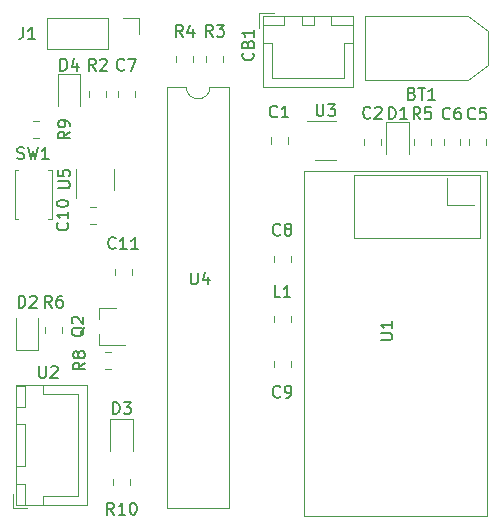
<source format=gbr>
G04 #@! TF.GenerationSoftware,KiCad,Pcbnew,5.1.6-c6e7f7d~87~ubuntu20.04.1*
G04 #@! TF.CreationDate,2020-10-16T00:20:04+02:00*
G04 #@! TF.ProjectId,soil_humidity_module,736f696c-5f68-4756-9d69-646974795f6d,rev?*
G04 #@! TF.SameCoordinates,Original*
G04 #@! TF.FileFunction,Legend,Top*
G04 #@! TF.FilePolarity,Positive*
%FSLAX46Y46*%
G04 Gerber Fmt 4.6, Leading zero omitted, Abs format (unit mm)*
G04 Created by KiCad (PCBNEW 5.1.6-c6e7f7d~87~ubuntu20.04.1) date 2020-10-16 00:20:04*
%MOMM*%
%LPD*%
G01*
G04 APERTURE LIST*
%ADD10C,0.120000*%
%ADD11C,0.150000*%
G04 APERTURE END LIST*
D10*
X165537000Y-94860400D02*
X165537000Y-97545400D01*
X167457000Y-94860400D02*
X165537000Y-94860400D01*
X167457000Y-97545400D02*
X167457000Y-94860400D01*
X163628000Y-96803978D02*
X163628000Y-96286822D01*
X165048000Y-96803978D02*
X165048000Y-96286822D01*
X159501000Y-98028400D02*
X161301000Y-98028400D01*
X161301000Y-94808400D02*
X158851000Y-94808400D01*
X138098600Y-112704378D02*
X138098600Y-112187222D01*
X136678600Y-112704378D02*
X136678600Y-112187222D01*
X143966000Y-107827578D02*
X143966000Y-107310422D01*
X142546000Y-107827578D02*
X142546000Y-107310422D01*
X137206000Y-103035000D02*
X136906000Y-103035000D01*
X134066000Y-98895000D02*
X134366000Y-98895000D01*
X136906000Y-98895000D02*
X137206000Y-98895000D01*
X134066000Y-103035000D02*
X134066000Y-98895000D01*
X134366000Y-103035000D02*
X134066000Y-103035000D01*
X137206000Y-98895000D02*
X137206000Y-103035000D01*
X174160000Y-90005200D02*
X174160000Y-87185200D01*
X174160000Y-87185200D02*
X172460000Y-85885200D01*
X174160000Y-90005200D02*
X172460000Y-91305200D01*
X172460000Y-85885200D02*
X163740000Y-85885200D01*
X163740000Y-91305200D02*
X163740000Y-85885200D01*
X172460000Y-91305200D02*
X163740000Y-91305200D01*
X137724000Y-90771000D02*
X137724000Y-93456000D01*
X139644000Y-90771000D02*
X137724000Y-90771000D01*
X139644000Y-93456000D02*
X139644000Y-90771000D01*
X143839000Y-125607578D02*
X143839000Y-125090422D01*
X142419000Y-125607578D02*
X142419000Y-125090422D01*
X142169000Y-119981000D02*
X142169000Y-122666000D01*
X144089000Y-119981000D02*
X142169000Y-119981000D01*
X144089000Y-122666000D02*
X144089000Y-119981000D01*
X139233000Y-98795000D02*
X139233000Y-101245000D01*
X142453000Y-100595000D02*
X142453000Y-98795000D01*
X135606022Y-96188600D02*
X136123178Y-96188600D01*
X135606022Y-94768600D02*
X136123178Y-94768600D01*
X140457422Y-103453000D02*
X140974578Y-103453000D01*
X140457422Y-102033000D02*
X140974578Y-102033000D01*
X157428000Y-106684578D02*
X157428000Y-106167422D01*
X156008000Y-106684578D02*
X156008000Y-106167422D01*
X141226000Y-110561000D02*
X141226000Y-111491000D01*
X141226000Y-113721000D02*
X141226000Y-112791000D01*
X141226000Y-113721000D02*
X143386000Y-113721000D01*
X141226000Y-110561000D02*
X142686000Y-110561000D01*
X133902000Y-127564000D02*
X135152000Y-127564000D01*
X133902000Y-126314000D02*
X133902000Y-127564000D01*
X139402000Y-117914000D02*
X139402000Y-122214000D01*
X136452000Y-117914000D02*
X139402000Y-117914000D01*
X136452000Y-117164000D02*
X136452000Y-117914000D01*
X139402000Y-126514000D02*
X139402000Y-122214000D01*
X136452000Y-126514000D02*
X139402000Y-126514000D01*
X136452000Y-127264000D02*
X136452000Y-126514000D01*
X134202000Y-117164000D02*
X134202000Y-118964000D01*
X134952000Y-117164000D02*
X134202000Y-117164000D01*
X134952000Y-118964000D02*
X134952000Y-117164000D01*
X134202000Y-118964000D02*
X134952000Y-118964000D01*
X134202000Y-125464000D02*
X134202000Y-127264000D01*
X134952000Y-125464000D02*
X134202000Y-125464000D01*
X134952000Y-127264000D02*
X134952000Y-125464000D01*
X134202000Y-127264000D02*
X134952000Y-127264000D01*
X134202000Y-120464000D02*
X134202000Y-123964000D01*
X134952000Y-120464000D02*
X134202000Y-120464000D01*
X134952000Y-123964000D02*
X134952000Y-120464000D01*
X134202000Y-123964000D02*
X134952000Y-123964000D01*
X134192000Y-117154000D02*
X134192000Y-127274000D01*
X140162000Y-117154000D02*
X134192000Y-117154000D01*
X140162000Y-127274000D02*
X140162000Y-117154000D01*
X134192000Y-127274000D02*
X140162000Y-127274000D01*
X155072400Y-85906600D02*
X155072400Y-91876600D01*
X155072400Y-91876600D02*
X162692400Y-91876600D01*
X162692400Y-91876600D02*
X162692400Y-85906600D01*
X162692400Y-85906600D02*
X155072400Y-85906600D01*
X158382400Y-85916600D02*
X158382400Y-86666600D01*
X158382400Y-86666600D02*
X159382400Y-86666600D01*
X159382400Y-86666600D02*
X159382400Y-85916600D01*
X159382400Y-85916600D02*
X158382400Y-85916600D01*
X155082400Y-85916600D02*
X155082400Y-86666600D01*
X155082400Y-86666600D02*
X156882400Y-86666600D01*
X156882400Y-86666600D02*
X156882400Y-85916600D01*
X156882400Y-85916600D02*
X155082400Y-85916600D01*
X160882400Y-85916600D02*
X160882400Y-86666600D01*
X160882400Y-86666600D02*
X162682400Y-86666600D01*
X162682400Y-86666600D02*
X162682400Y-85916600D01*
X162682400Y-85916600D02*
X160882400Y-85916600D01*
X155082400Y-88166600D02*
X155832400Y-88166600D01*
X155832400Y-88166600D02*
X155832400Y-91116600D01*
X155832400Y-91116600D02*
X158882400Y-91116600D01*
X162682400Y-88166600D02*
X161932400Y-88166600D01*
X161932400Y-88166600D02*
X161932400Y-91116600D01*
X161932400Y-91116600D02*
X158882400Y-91116600D01*
X156032400Y-85616600D02*
X154782400Y-85616600D01*
X154782400Y-85616600D02*
X154782400Y-86866600D01*
X142244578Y-115772000D02*
X141727422Y-115772000D01*
X142244578Y-114352000D02*
X141727422Y-114352000D01*
X156008000Y-111247422D02*
X156008000Y-111764578D01*
X157428000Y-111247422D02*
X157428000Y-111764578D01*
X156008000Y-115057422D02*
X156008000Y-115574578D01*
X157428000Y-115057422D02*
X157428000Y-115574578D01*
X136846000Y-86046000D02*
X136846000Y-88706000D01*
X141986000Y-86046000D02*
X136846000Y-86046000D01*
X141986000Y-88706000D02*
X136846000Y-88706000D01*
X141986000Y-86046000D02*
X141986000Y-88706000D01*
X143256000Y-86046000D02*
X144586000Y-86046000D01*
X144586000Y-86046000D02*
X144586000Y-87376000D01*
X144220000Y-92714578D02*
X144220000Y-92197422D01*
X142800000Y-92714578D02*
X142800000Y-92197422D01*
X171804400Y-96261422D02*
X171804400Y-96778578D01*
X170384400Y-96261422D02*
X170384400Y-96778578D01*
X173963400Y-96261422D02*
X173963400Y-96778578D01*
X172543400Y-96261422D02*
X172543400Y-96778578D01*
X167920600Y-96261422D02*
X167920600Y-96778578D01*
X169340600Y-96261422D02*
X169340600Y-96778578D01*
X136088000Y-114130800D02*
X136088000Y-111445800D01*
X134168000Y-114130800D02*
X136088000Y-114130800D01*
X134168000Y-111445800D02*
X134168000Y-114130800D01*
X173482000Y-99314000D02*
X173482000Y-104648000D01*
X173482000Y-104648000D02*
X162814000Y-104648000D01*
X162814000Y-104648000D02*
X162814000Y-99314000D01*
X162814000Y-99314000D02*
X162814000Y-99314000D01*
X172974000Y-101854000D02*
X170688000Y-101854000D01*
X170688000Y-101854000D02*
X170688000Y-99568000D01*
X170688000Y-99568000D02*
X170688000Y-99568000D01*
X174058000Y-98984000D02*
X174058000Y-128184000D01*
X174058000Y-128184000D02*
X158608000Y-128184000D01*
X158608000Y-128184000D02*
X158608000Y-98984000D01*
X158608000Y-98984000D02*
X174058000Y-98984000D01*
X174058000Y-98984000D02*
X174058000Y-98984000D01*
X162814000Y-99314000D02*
X173482000Y-99314000D01*
X173482000Y-99314000D02*
X173482000Y-99314000D01*
X155754000Y-96159822D02*
X155754000Y-96676978D01*
X157174000Y-96159822D02*
X157174000Y-96676978D01*
X141807000Y-92714578D02*
X141807000Y-92197422D01*
X140387000Y-92714578D02*
X140387000Y-92197422D01*
X151713000Y-89276422D02*
X151713000Y-89793578D01*
X150293000Y-89276422D02*
X150293000Y-89793578D01*
X147753000Y-89793578D02*
X147753000Y-89276422D01*
X149173000Y-89793578D02*
X149173000Y-89276422D01*
X152256000Y-91888000D02*
X150606000Y-91888000D01*
X152256000Y-127568000D02*
X152256000Y-91888000D01*
X146956000Y-127568000D02*
X152256000Y-127568000D01*
X146956000Y-91888000D02*
X146956000Y-127568000D01*
X148606000Y-91888000D02*
X146956000Y-91888000D01*
X150606000Y-91888000D02*
G75*
G02*
X148606000Y-91888000I-1000000J0D01*
G01*
D11*
X165758904Y-94584780D02*
X165758904Y-93584780D01*
X165997000Y-93584780D01*
X166139857Y-93632400D01*
X166235095Y-93727638D01*
X166282714Y-93822876D01*
X166330333Y-94013352D01*
X166330333Y-94156209D01*
X166282714Y-94346685D01*
X166235095Y-94441923D01*
X166139857Y-94537161D01*
X165997000Y-94584780D01*
X165758904Y-94584780D01*
X167282714Y-94584780D02*
X166711285Y-94584780D01*
X166997000Y-94584780D02*
X166997000Y-93584780D01*
X166901761Y-93727638D01*
X166806523Y-93822876D01*
X166711285Y-93870495D01*
X164196733Y-94464142D02*
X164149114Y-94511761D01*
X164006257Y-94559380D01*
X163911019Y-94559380D01*
X163768161Y-94511761D01*
X163672923Y-94416523D01*
X163625304Y-94321285D01*
X163577685Y-94130809D01*
X163577685Y-93987952D01*
X163625304Y-93797476D01*
X163672923Y-93702238D01*
X163768161Y-93607000D01*
X163911019Y-93559380D01*
X164006257Y-93559380D01*
X164149114Y-93607000D01*
X164196733Y-93654619D01*
X164577685Y-93654619D02*
X164625304Y-93607000D01*
X164720542Y-93559380D01*
X164958638Y-93559380D01*
X165053876Y-93607000D01*
X165101495Y-93654619D01*
X165149114Y-93749857D01*
X165149114Y-93845095D01*
X165101495Y-93987952D01*
X164530066Y-94559380D01*
X165149114Y-94559380D01*
X159639095Y-93330780D02*
X159639095Y-94140304D01*
X159686714Y-94235542D01*
X159734333Y-94283161D01*
X159829571Y-94330780D01*
X160020047Y-94330780D01*
X160115285Y-94283161D01*
X160162904Y-94235542D01*
X160210523Y-94140304D01*
X160210523Y-93330780D01*
X160591476Y-93330780D02*
X161210523Y-93330780D01*
X160877190Y-93711733D01*
X161020047Y-93711733D01*
X161115285Y-93759352D01*
X161162904Y-93806971D01*
X161210523Y-93902209D01*
X161210523Y-94140304D01*
X161162904Y-94235542D01*
X161115285Y-94283161D01*
X161020047Y-94330780D01*
X160734333Y-94330780D01*
X160639095Y-94283161D01*
X160591476Y-94235542D01*
X137221933Y-110561380D02*
X136888600Y-110085190D01*
X136650504Y-110561380D02*
X136650504Y-109561380D01*
X137031457Y-109561380D01*
X137126695Y-109609000D01*
X137174314Y-109656619D01*
X137221933Y-109751857D01*
X137221933Y-109894714D01*
X137174314Y-109989952D01*
X137126695Y-110037571D01*
X137031457Y-110085190D01*
X136650504Y-110085190D01*
X138079076Y-109561380D02*
X137888600Y-109561380D01*
X137793361Y-109609000D01*
X137745742Y-109656619D01*
X137650504Y-109799476D01*
X137602885Y-109989952D01*
X137602885Y-110370904D01*
X137650504Y-110466142D01*
X137698123Y-110513761D01*
X137793361Y-110561380D01*
X137983838Y-110561380D01*
X138079076Y-110513761D01*
X138126695Y-110466142D01*
X138174314Y-110370904D01*
X138174314Y-110132809D01*
X138126695Y-110037571D01*
X138079076Y-109989952D01*
X137983838Y-109942333D01*
X137793361Y-109942333D01*
X137698123Y-109989952D01*
X137650504Y-110037571D01*
X137602885Y-110132809D01*
X142613142Y-105513142D02*
X142565523Y-105560761D01*
X142422666Y-105608380D01*
X142327428Y-105608380D01*
X142184571Y-105560761D01*
X142089333Y-105465523D01*
X142041714Y-105370285D01*
X141994095Y-105179809D01*
X141994095Y-105036952D01*
X142041714Y-104846476D01*
X142089333Y-104751238D01*
X142184571Y-104656000D01*
X142327428Y-104608380D01*
X142422666Y-104608380D01*
X142565523Y-104656000D01*
X142613142Y-104703619D01*
X143565523Y-105608380D02*
X142994095Y-105608380D01*
X143279809Y-105608380D02*
X143279809Y-104608380D01*
X143184571Y-104751238D01*
X143089333Y-104846476D01*
X142994095Y-104894095D01*
X144517904Y-105608380D02*
X143946476Y-105608380D01*
X144232190Y-105608380D02*
X144232190Y-104608380D01*
X144136952Y-104751238D01*
X144041714Y-104846476D01*
X143946476Y-104894095D01*
X134302666Y-97940761D02*
X134445523Y-97988380D01*
X134683619Y-97988380D01*
X134778857Y-97940761D01*
X134826476Y-97893142D01*
X134874095Y-97797904D01*
X134874095Y-97702666D01*
X134826476Y-97607428D01*
X134778857Y-97559809D01*
X134683619Y-97512190D01*
X134493142Y-97464571D01*
X134397904Y-97416952D01*
X134350285Y-97369333D01*
X134302666Y-97274095D01*
X134302666Y-97178857D01*
X134350285Y-97083619D01*
X134397904Y-97036000D01*
X134493142Y-96988380D01*
X134731238Y-96988380D01*
X134874095Y-97036000D01*
X135207428Y-96988380D02*
X135445523Y-97988380D01*
X135636000Y-97274095D01*
X135826476Y-97988380D01*
X136064571Y-96988380D01*
X136969333Y-97988380D02*
X136397904Y-97988380D01*
X136683619Y-97988380D02*
X136683619Y-96988380D01*
X136588380Y-97131238D01*
X136493142Y-97226476D01*
X136397904Y-97274095D01*
X167717885Y-92435371D02*
X167860742Y-92482990D01*
X167908361Y-92530609D01*
X167955980Y-92625847D01*
X167955980Y-92768704D01*
X167908361Y-92863942D01*
X167860742Y-92911561D01*
X167765504Y-92959180D01*
X167384552Y-92959180D01*
X167384552Y-91959180D01*
X167717885Y-91959180D01*
X167813123Y-92006800D01*
X167860742Y-92054419D01*
X167908361Y-92149657D01*
X167908361Y-92244895D01*
X167860742Y-92340133D01*
X167813123Y-92387752D01*
X167717885Y-92435371D01*
X167384552Y-92435371D01*
X168241695Y-91959180D02*
X168813123Y-91959180D01*
X168527409Y-92959180D02*
X168527409Y-91959180D01*
X169670266Y-92959180D02*
X169098838Y-92959180D01*
X169384552Y-92959180D02*
X169384552Y-91959180D01*
X169289314Y-92102038D01*
X169194076Y-92197276D01*
X169098838Y-92244895D01*
X137945904Y-90495380D02*
X137945904Y-89495380D01*
X138184000Y-89495380D01*
X138326857Y-89543000D01*
X138422095Y-89638238D01*
X138469714Y-89733476D01*
X138517333Y-89923952D01*
X138517333Y-90066809D01*
X138469714Y-90257285D01*
X138422095Y-90352523D01*
X138326857Y-90447761D01*
X138184000Y-90495380D01*
X137945904Y-90495380D01*
X139374476Y-89828714D02*
X139374476Y-90495380D01*
X139136380Y-89447761D02*
X138898285Y-90162047D01*
X139517333Y-90162047D01*
X142486142Y-128087380D02*
X142152809Y-127611190D01*
X141914714Y-128087380D02*
X141914714Y-127087380D01*
X142295666Y-127087380D01*
X142390904Y-127135000D01*
X142438523Y-127182619D01*
X142486142Y-127277857D01*
X142486142Y-127420714D01*
X142438523Y-127515952D01*
X142390904Y-127563571D01*
X142295666Y-127611190D01*
X141914714Y-127611190D01*
X143438523Y-128087380D02*
X142867095Y-128087380D01*
X143152809Y-128087380D02*
X143152809Y-127087380D01*
X143057571Y-127230238D01*
X142962333Y-127325476D01*
X142867095Y-127373095D01*
X144057571Y-127087380D02*
X144152809Y-127087380D01*
X144248047Y-127135000D01*
X144295666Y-127182619D01*
X144343285Y-127277857D01*
X144390904Y-127468333D01*
X144390904Y-127706428D01*
X144343285Y-127896904D01*
X144295666Y-127992142D01*
X144248047Y-128039761D01*
X144152809Y-128087380D01*
X144057571Y-128087380D01*
X143962333Y-128039761D01*
X143914714Y-127992142D01*
X143867095Y-127896904D01*
X143819476Y-127706428D01*
X143819476Y-127468333D01*
X143867095Y-127277857D01*
X143914714Y-127182619D01*
X143962333Y-127135000D01*
X144057571Y-127087380D01*
X142390904Y-119578380D02*
X142390904Y-118578380D01*
X142629000Y-118578380D01*
X142771857Y-118626000D01*
X142867095Y-118721238D01*
X142914714Y-118816476D01*
X142962333Y-119006952D01*
X142962333Y-119149809D01*
X142914714Y-119340285D01*
X142867095Y-119435523D01*
X142771857Y-119530761D01*
X142629000Y-119578380D01*
X142390904Y-119578380D01*
X143295666Y-118578380D02*
X143914714Y-118578380D01*
X143581380Y-118959333D01*
X143724238Y-118959333D01*
X143819476Y-119006952D01*
X143867095Y-119054571D01*
X143914714Y-119149809D01*
X143914714Y-119387904D01*
X143867095Y-119483142D01*
X143819476Y-119530761D01*
X143724238Y-119578380D01*
X143438523Y-119578380D01*
X143343285Y-119530761D01*
X143295666Y-119483142D01*
X137755380Y-100456904D02*
X138564904Y-100456904D01*
X138660142Y-100409285D01*
X138707761Y-100361666D01*
X138755380Y-100266428D01*
X138755380Y-100075952D01*
X138707761Y-99980714D01*
X138660142Y-99933095D01*
X138564904Y-99885476D01*
X137755380Y-99885476D01*
X137755380Y-98933095D02*
X137755380Y-99409285D01*
X138231571Y-99456904D01*
X138183952Y-99409285D01*
X138136333Y-99314047D01*
X138136333Y-99075952D01*
X138183952Y-98980714D01*
X138231571Y-98933095D01*
X138326809Y-98885476D01*
X138564904Y-98885476D01*
X138660142Y-98933095D01*
X138707761Y-98980714D01*
X138755380Y-99075952D01*
X138755380Y-99314047D01*
X138707761Y-99409285D01*
X138660142Y-99456904D01*
X138755380Y-95670666D02*
X138279190Y-96004000D01*
X138755380Y-96242095D02*
X137755380Y-96242095D01*
X137755380Y-95861142D01*
X137803000Y-95765904D01*
X137850619Y-95718285D01*
X137945857Y-95670666D01*
X138088714Y-95670666D01*
X138183952Y-95718285D01*
X138231571Y-95765904D01*
X138279190Y-95861142D01*
X138279190Y-96242095D01*
X138755380Y-95194476D02*
X138755380Y-95004000D01*
X138707761Y-94908761D01*
X138660142Y-94861142D01*
X138517285Y-94765904D01*
X138326809Y-94718285D01*
X137945857Y-94718285D01*
X137850619Y-94765904D01*
X137803000Y-94813523D01*
X137755380Y-94908761D01*
X137755380Y-95099238D01*
X137803000Y-95194476D01*
X137850619Y-95242095D01*
X137945857Y-95289714D01*
X138183952Y-95289714D01*
X138279190Y-95242095D01*
X138326809Y-95194476D01*
X138374428Y-95099238D01*
X138374428Y-94908761D01*
X138326809Y-94813523D01*
X138279190Y-94765904D01*
X138183952Y-94718285D01*
X138533142Y-103385857D02*
X138580761Y-103433476D01*
X138628380Y-103576333D01*
X138628380Y-103671571D01*
X138580761Y-103814428D01*
X138485523Y-103909666D01*
X138390285Y-103957285D01*
X138199809Y-104004904D01*
X138056952Y-104004904D01*
X137866476Y-103957285D01*
X137771238Y-103909666D01*
X137676000Y-103814428D01*
X137628380Y-103671571D01*
X137628380Y-103576333D01*
X137676000Y-103433476D01*
X137723619Y-103385857D01*
X138628380Y-102433476D02*
X138628380Y-103004904D01*
X138628380Y-102719190D02*
X137628380Y-102719190D01*
X137771238Y-102814428D01*
X137866476Y-102909666D01*
X137914095Y-103004904D01*
X137628380Y-101814428D02*
X137628380Y-101719190D01*
X137676000Y-101623952D01*
X137723619Y-101576333D01*
X137818857Y-101528714D01*
X138009333Y-101481095D01*
X138247428Y-101481095D01*
X138437904Y-101528714D01*
X138533142Y-101576333D01*
X138580761Y-101623952D01*
X138628380Y-101719190D01*
X138628380Y-101814428D01*
X138580761Y-101909666D01*
X138533142Y-101957285D01*
X138437904Y-102004904D01*
X138247428Y-102052523D01*
X138009333Y-102052523D01*
X137818857Y-102004904D01*
X137723619Y-101957285D01*
X137676000Y-101909666D01*
X137628380Y-101814428D01*
X156551333Y-104370142D02*
X156503714Y-104417761D01*
X156360857Y-104465380D01*
X156265619Y-104465380D01*
X156122761Y-104417761D01*
X156027523Y-104322523D01*
X155979904Y-104227285D01*
X155932285Y-104036809D01*
X155932285Y-103893952D01*
X155979904Y-103703476D01*
X156027523Y-103608238D01*
X156122761Y-103513000D01*
X156265619Y-103465380D01*
X156360857Y-103465380D01*
X156503714Y-103513000D01*
X156551333Y-103560619D01*
X157122761Y-103893952D02*
X157027523Y-103846333D01*
X156979904Y-103798714D01*
X156932285Y-103703476D01*
X156932285Y-103655857D01*
X156979904Y-103560619D01*
X157027523Y-103513000D01*
X157122761Y-103465380D01*
X157313238Y-103465380D01*
X157408476Y-103513000D01*
X157456095Y-103560619D01*
X157503714Y-103655857D01*
X157503714Y-103703476D01*
X157456095Y-103798714D01*
X157408476Y-103846333D01*
X157313238Y-103893952D01*
X157122761Y-103893952D01*
X157027523Y-103941571D01*
X156979904Y-103989190D01*
X156932285Y-104084428D01*
X156932285Y-104274904D01*
X156979904Y-104370142D01*
X157027523Y-104417761D01*
X157122761Y-104465380D01*
X157313238Y-104465380D01*
X157408476Y-104417761D01*
X157456095Y-104370142D01*
X157503714Y-104274904D01*
X157503714Y-104084428D01*
X157456095Y-103989190D01*
X157408476Y-103941571D01*
X157313238Y-103893952D01*
X139993619Y-112236238D02*
X139946000Y-112331476D01*
X139850761Y-112426714D01*
X139707904Y-112569571D01*
X139660285Y-112664809D01*
X139660285Y-112760047D01*
X139898380Y-112712428D02*
X139850761Y-112807666D01*
X139755523Y-112902904D01*
X139565047Y-112950523D01*
X139231714Y-112950523D01*
X139041238Y-112902904D01*
X138946000Y-112807666D01*
X138898380Y-112712428D01*
X138898380Y-112521952D01*
X138946000Y-112426714D01*
X139041238Y-112331476D01*
X139231714Y-112283857D01*
X139565047Y-112283857D01*
X139755523Y-112331476D01*
X139850761Y-112426714D01*
X139898380Y-112521952D01*
X139898380Y-112712428D01*
X138993619Y-111902904D02*
X138946000Y-111855285D01*
X138898380Y-111760047D01*
X138898380Y-111521952D01*
X138946000Y-111426714D01*
X138993619Y-111379095D01*
X139088857Y-111331476D01*
X139184095Y-111331476D01*
X139326952Y-111379095D01*
X139898380Y-111950523D01*
X139898380Y-111331476D01*
X136144095Y-115530380D02*
X136144095Y-116339904D01*
X136191714Y-116435142D01*
X136239333Y-116482761D01*
X136334571Y-116530380D01*
X136525047Y-116530380D01*
X136620285Y-116482761D01*
X136667904Y-116435142D01*
X136715523Y-116339904D01*
X136715523Y-115530380D01*
X137144095Y-115625619D02*
X137191714Y-115578000D01*
X137286952Y-115530380D01*
X137525047Y-115530380D01*
X137620285Y-115578000D01*
X137667904Y-115625619D01*
X137715523Y-115720857D01*
X137715523Y-115816095D01*
X137667904Y-115958952D01*
X137096476Y-116530380D01*
X137715523Y-116530380D01*
X154230342Y-89007866D02*
X154277961Y-89055485D01*
X154325580Y-89198342D01*
X154325580Y-89293580D01*
X154277961Y-89436438D01*
X154182723Y-89531676D01*
X154087485Y-89579295D01*
X153897009Y-89626914D01*
X153754152Y-89626914D01*
X153563676Y-89579295D01*
X153468438Y-89531676D01*
X153373200Y-89436438D01*
X153325580Y-89293580D01*
X153325580Y-89198342D01*
X153373200Y-89055485D01*
X153420819Y-89007866D01*
X153801771Y-88245961D02*
X153849390Y-88103104D01*
X153897009Y-88055485D01*
X153992247Y-88007866D01*
X154135104Y-88007866D01*
X154230342Y-88055485D01*
X154277961Y-88103104D01*
X154325580Y-88198342D01*
X154325580Y-88579295D01*
X153325580Y-88579295D01*
X153325580Y-88245961D01*
X153373200Y-88150723D01*
X153420819Y-88103104D01*
X153516057Y-88055485D01*
X153611295Y-88055485D01*
X153706533Y-88103104D01*
X153754152Y-88150723D01*
X153801771Y-88245961D01*
X153801771Y-88579295D01*
X154325580Y-87055485D02*
X154325580Y-87626914D01*
X154325580Y-87341200D02*
X153325580Y-87341200D01*
X153468438Y-87436438D01*
X153563676Y-87531676D01*
X153611295Y-87626914D01*
X140025380Y-115228666D02*
X139549190Y-115562000D01*
X140025380Y-115800095D02*
X139025380Y-115800095D01*
X139025380Y-115419142D01*
X139073000Y-115323904D01*
X139120619Y-115276285D01*
X139215857Y-115228666D01*
X139358714Y-115228666D01*
X139453952Y-115276285D01*
X139501571Y-115323904D01*
X139549190Y-115419142D01*
X139549190Y-115800095D01*
X139453952Y-114657238D02*
X139406333Y-114752476D01*
X139358714Y-114800095D01*
X139263476Y-114847714D01*
X139215857Y-114847714D01*
X139120619Y-114800095D01*
X139073000Y-114752476D01*
X139025380Y-114657238D01*
X139025380Y-114466761D01*
X139073000Y-114371523D01*
X139120619Y-114323904D01*
X139215857Y-114276285D01*
X139263476Y-114276285D01*
X139358714Y-114323904D01*
X139406333Y-114371523D01*
X139453952Y-114466761D01*
X139453952Y-114657238D01*
X139501571Y-114752476D01*
X139549190Y-114800095D01*
X139644428Y-114847714D01*
X139834904Y-114847714D01*
X139930142Y-114800095D01*
X139977761Y-114752476D01*
X140025380Y-114657238D01*
X140025380Y-114466761D01*
X139977761Y-114371523D01*
X139930142Y-114323904D01*
X139834904Y-114276285D01*
X139644428Y-114276285D01*
X139549190Y-114323904D01*
X139501571Y-114371523D01*
X139453952Y-114466761D01*
X156551333Y-109672380D02*
X156075142Y-109672380D01*
X156075142Y-108672380D01*
X157408476Y-109672380D02*
X156837047Y-109672380D01*
X157122761Y-109672380D02*
X157122761Y-108672380D01*
X157027523Y-108815238D01*
X156932285Y-108910476D01*
X156837047Y-108958095D01*
X156551333Y-118086142D02*
X156503714Y-118133761D01*
X156360857Y-118181380D01*
X156265619Y-118181380D01*
X156122761Y-118133761D01*
X156027523Y-118038523D01*
X155979904Y-117943285D01*
X155932285Y-117752809D01*
X155932285Y-117609952D01*
X155979904Y-117419476D01*
X156027523Y-117324238D01*
X156122761Y-117229000D01*
X156265619Y-117181380D01*
X156360857Y-117181380D01*
X156503714Y-117229000D01*
X156551333Y-117276619D01*
X157027523Y-118181380D02*
X157218000Y-118181380D01*
X157313238Y-118133761D01*
X157360857Y-118086142D01*
X157456095Y-117943285D01*
X157503714Y-117752809D01*
X157503714Y-117371857D01*
X157456095Y-117276619D01*
X157408476Y-117229000D01*
X157313238Y-117181380D01*
X157122761Y-117181380D01*
X157027523Y-117229000D01*
X156979904Y-117276619D01*
X156932285Y-117371857D01*
X156932285Y-117609952D01*
X156979904Y-117705190D01*
X157027523Y-117752809D01*
X157122761Y-117800428D01*
X157313238Y-117800428D01*
X157408476Y-117752809D01*
X157456095Y-117705190D01*
X157503714Y-117609952D01*
X134794666Y-86828380D02*
X134794666Y-87542666D01*
X134747047Y-87685523D01*
X134651809Y-87780761D01*
X134508952Y-87828380D01*
X134413714Y-87828380D01*
X135794666Y-87828380D02*
X135223238Y-87828380D01*
X135508952Y-87828380D02*
X135508952Y-86828380D01*
X135413714Y-86971238D01*
X135318476Y-87066476D01*
X135223238Y-87114095D01*
X143343333Y-90400142D02*
X143295714Y-90447761D01*
X143152857Y-90495380D01*
X143057619Y-90495380D01*
X142914761Y-90447761D01*
X142819523Y-90352523D01*
X142771904Y-90257285D01*
X142724285Y-90066809D01*
X142724285Y-89923952D01*
X142771904Y-89733476D01*
X142819523Y-89638238D01*
X142914761Y-89543000D01*
X143057619Y-89495380D01*
X143152857Y-89495380D01*
X143295714Y-89543000D01*
X143343333Y-89590619D01*
X143676666Y-89495380D02*
X144343333Y-89495380D01*
X143914761Y-90495380D01*
X170927733Y-94540342D02*
X170880114Y-94587961D01*
X170737257Y-94635580D01*
X170642019Y-94635580D01*
X170499161Y-94587961D01*
X170403923Y-94492723D01*
X170356304Y-94397485D01*
X170308685Y-94207009D01*
X170308685Y-94064152D01*
X170356304Y-93873676D01*
X170403923Y-93778438D01*
X170499161Y-93683200D01*
X170642019Y-93635580D01*
X170737257Y-93635580D01*
X170880114Y-93683200D01*
X170927733Y-93730819D01*
X171784876Y-93635580D02*
X171594400Y-93635580D01*
X171499161Y-93683200D01*
X171451542Y-93730819D01*
X171356304Y-93873676D01*
X171308685Y-94064152D01*
X171308685Y-94445104D01*
X171356304Y-94540342D01*
X171403923Y-94587961D01*
X171499161Y-94635580D01*
X171689638Y-94635580D01*
X171784876Y-94587961D01*
X171832495Y-94540342D01*
X171880114Y-94445104D01*
X171880114Y-94207009D01*
X171832495Y-94111771D01*
X171784876Y-94064152D01*
X171689638Y-94016533D01*
X171499161Y-94016533D01*
X171403923Y-94064152D01*
X171356304Y-94111771D01*
X171308685Y-94207009D01*
X173061333Y-94540342D02*
X173013714Y-94587961D01*
X172870857Y-94635580D01*
X172775619Y-94635580D01*
X172632761Y-94587961D01*
X172537523Y-94492723D01*
X172489904Y-94397485D01*
X172442285Y-94207009D01*
X172442285Y-94064152D01*
X172489904Y-93873676D01*
X172537523Y-93778438D01*
X172632761Y-93683200D01*
X172775619Y-93635580D01*
X172870857Y-93635580D01*
X173013714Y-93683200D01*
X173061333Y-93730819D01*
X173966095Y-93635580D02*
X173489904Y-93635580D01*
X173442285Y-94111771D01*
X173489904Y-94064152D01*
X173585142Y-94016533D01*
X173823238Y-94016533D01*
X173918476Y-94064152D01*
X173966095Y-94111771D01*
X174013714Y-94207009D01*
X174013714Y-94445104D01*
X173966095Y-94540342D01*
X173918476Y-94587961D01*
X173823238Y-94635580D01*
X173585142Y-94635580D01*
X173489904Y-94587961D01*
X173442285Y-94540342D01*
X168413133Y-94610180D02*
X168079800Y-94133990D01*
X167841704Y-94610180D02*
X167841704Y-93610180D01*
X168222657Y-93610180D01*
X168317895Y-93657800D01*
X168365514Y-93705419D01*
X168413133Y-93800657D01*
X168413133Y-93943514D01*
X168365514Y-94038752D01*
X168317895Y-94086371D01*
X168222657Y-94133990D01*
X167841704Y-94133990D01*
X169317895Y-93610180D02*
X168841704Y-93610180D01*
X168794085Y-94086371D01*
X168841704Y-94038752D01*
X168936942Y-93991133D01*
X169175038Y-93991133D01*
X169270276Y-94038752D01*
X169317895Y-94086371D01*
X169365514Y-94181609D01*
X169365514Y-94419704D01*
X169317895Y-94514942D01*
X169270276Y-94562561D01*
X169175038Y-94610180D01*
X168936942Y-94610180D01*
X168841704Y-94562561D01*
X168794085Y-94514942D01*
X134415304Y-110561380D02*
X134415304Y-109561380D01*
X134653400Y-109561380D01*
X134796257Y-109609000D01*
X134891495Y-109704238D01*
X134939114Y-109799476D01*
X134986733Y-109989952D01*
X134986733Y-110132809D01*
X134939114Y-110323285D01*
X134891495Y-110418523D01*
X134796257Y-110513761D01*
X134653400Y-110561380D01*
X134415304Y-110561380D01*
X135367685Y-109656619D02*
X135415304Y-109609000D01*
X135510542Y-109561380D01*
X135748638Y-109561380D01*
X135843876Y-109609000D01*
X135891495Y-109656619D01*
X135939114Y-109751857D01*
X135939114Y-109847095D01*
X135891495Y-109989952D01*
X135320066Y-110561380D01*
X135939114Y-110561380D01*
X165060380Y-113290904D02*
X165869904Y-113290904D01*
X165965142Y-113243285D01*
X166012761Y-113195666D01*
X166060380Y-113100428D01*
X166060380Y-112909952D01*
X166012761Y-112814714D01*
X165965142Y-112767095D01*
X165869904Y-112719476D01*
X165060380Y-112719476D01*
X166060380Y-111719476D02*
X166060380Y-112290904D01*
X166060380Y-112005190D02*
X165060380Y-112005190D01*
X165203238Y-112100428D01*
X165298476Y-112195666D01*
X165346095Y-112290904D01*
X156297333Y-94362542D02*
X156249714Y-94410161D01*
X156106857Y-94457780D01*
X156011619Y-94457780D01*
X155868761Y-94410161D01*
X155773523Y-94314923D01*
X155725904Y-94219685D01*
X155678285Y-94029209D01*
X155678285Y-93886352D01*
X155725904Y-93695876D01*
X155773523Y-93600638D01*
X155868761Y-93505400D01*
X156011619Y-93457780D01*
X156106857Y-93457780D01*
X156249714Y-93505400D01*
X156297333Y-93553019D01*
X157249714Y-94457780D02*
X156678285Y-94457780D01*
X156964000Y-94457780D02*
X156964000Y-93457780D01*
X156868761Y-93600638D01*
X156773523Y-93695876D01*
X156678285Y-93743495D01*
X140930333Y-90495380D02*
X140597000Y-90019190D01*
X140358904Y-90495380D02*
X140358904Y-89495380D01*
X140739857Y-89495380D01*
X140835095Y-89543000D01*
X140882714Y-89590619D01*
X140930333Y-89685857D01*
X140930333Y-89828714D01*
X140882714Y-89923952D01*
X140835095Y-89971571D01*
X140739857Y-90019190D01*
X140358904Y-90019190D01*
X141311285Y-89590619D02*
X141358904Y-89543000D01*
X141454142Y-89495380D01*
X141692238Y-89495380D01*
X141787476Y-89543000D01*
X141835095Y-89590619D01*
X141882714Y-89685857D01*
X141882714Y-89781095D01*
X141835095Y-89923952D01*
X141263666Y-90495380D01*
X141882714Y-90495380D01*
X150836333Y-87625180D02*
X150503000Y-87148990D01*
X150264904Y-87625180D02*
X150264904Y-86625180D01*
X150645857Y-86625180D01*
X150741095Y-86672800D01*
X150788714Y-86720419D01*
X150836333Y-86815657D01*
X150836333Y-86958514D01*
X150788714Y-87053752D01*
X150741095Y-87101371D01*
X150645857Y-87148990D01*
X150264904Y-87148990D01*
X151169666Y-86625180D02*
X151788714Y-86625180D01*
X151455380Y-87006133D01*
X151598238Y-87006133D01*
X151693476Y-87053752D01*
X151741095Y-87101371D01*
X151788714Y-87196609D01*
X151788714Y-87434704D01*
X151741095Y-87529942D01*
X151693476Y-87577561D01*
X151598238Y-87625180D01*
X151312523Y-87625180D01*
X151217285Y-87577561D01*
X151169666Y-87529942D01*
X148321733Y-87650580D02*
X147988400Y-87174390D01*
X147750304Y-87650580D02*
X147750304Y-86650580D01*
X148131257Y-86650580D01*
X148226495Y-86698200D01*
X148274114Y-86745819D01*
X148321733Y-86841057D01*
X148321733Y-86983914D01*
X148274114Y-87079152D01*
X148226495Y-87126771D01*
X148131257Y-87174390D01*
X147750304Y-87174390D01*
X149178876Y-86983914D02*
X149178876Y-87650580D01*
X148940780Y-86602961D02*
X148702685Y-87317247D01*
X149321733Y-87317247D01*
X148989095Y-107605380D02*
X148989095Y-108414904D01*
X149036714Y-108510142D01*
X149084333Y-108557761D01*
X149179571Y-108605380D01*
X149370047Y-108605380D01*
X149465285Y-108557761D01*
X149512904Y-108510142D01*
X149560523Y-108414904D01*
X149560523Y-107605380D01*
X150465285Y-107938714D02*
X150465285Y-108605380D01*
X150227190Y-107557761D02*
X149989095Y-108272047D01*
X150608142Y-108272047D01*
M02*

</source>
